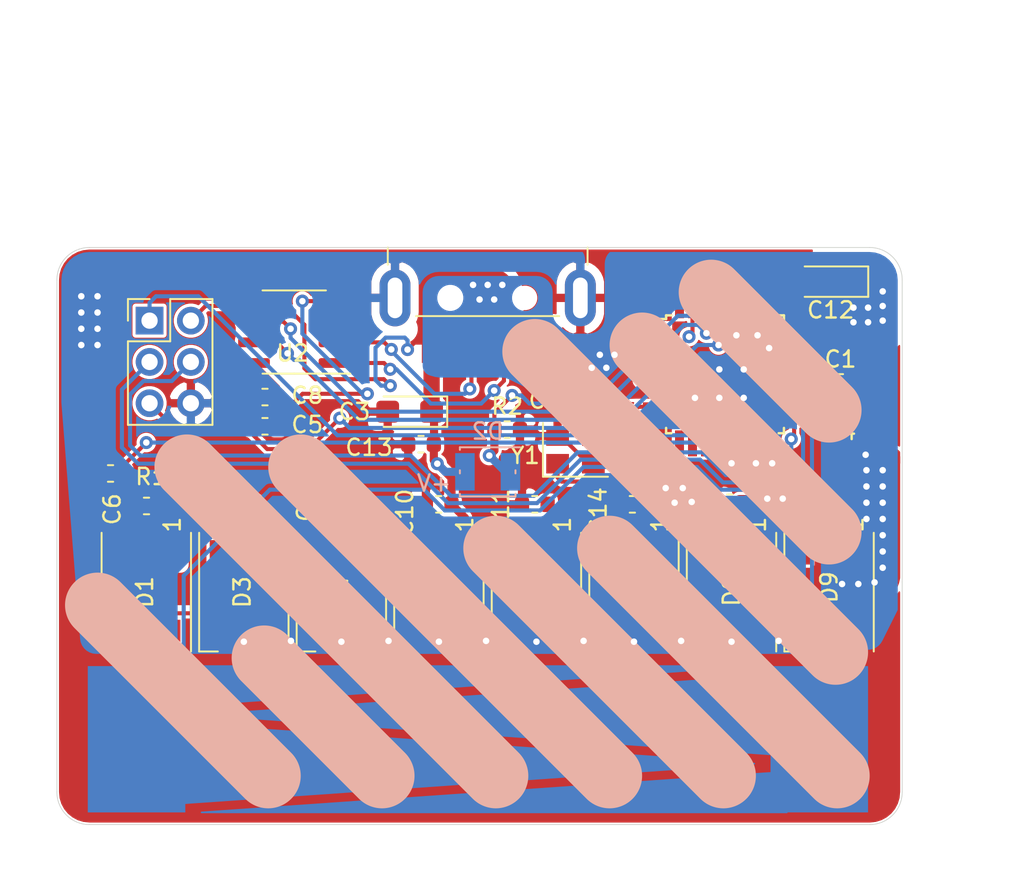
<source format=kicad_pcb>
(kicad_pcb (version 20171130) (host pcbnew 5.1.5-52549c5~84~ubuntu18.04.1)
  (layers (0 F.Cu signal) (31 B.Cu signal) (34 B.Paste user) (35 F.Paste user) (36 B.SilkS user) (37 F.SilkS user) (38 B.Mask user) (39 F.Mask user) (44 Edge.Cuts user))
  (net 0 "")
  (net 1 GND)
  (net 2 "Net-(C1-Pad1)")
  (net 3 +5V)
  (net 4 "Net-(C5-Pad2)")
  (net 5 RST)
  (net 6 "Net-(C8-Pad1)")
  (net 7 "Net-(D1-Pad2)")
  (net 8 "Net-(D1-Pad4)")
  (net 9 "Net-(D2-Pad1)")
  (net 10 "Net-(D3-Pad2)")
  (net 11 "Net-(D4-Pad2)")
  (net 12 "Net-(D5-Pad2)")
  (net 13 "Net-(D6-Pad2)")
  (net 14 "Net-(D7-Pad2)")
  (net 15 "Net-(D8-Pad2)")
  (net 16 MISO)
  (net 17 SCK)
  (net 18 MOSI)
  (net 19 "Net-(J2-Pad2)")
  (net 20 "Net-(J2-Pad3)")
  (net 21 "Net-(R1-Pad2)")
  (net 22 "Net-(U1-Pad7)")
  (net 23 "Net-(U1-Pad8)")
  (net 24 "Net-(U1-Pad30)")
  (net 25 "Net-(U1-Pad31)")
  (net 26 "Net-(D9-Pad2)")
  (net 27 SLIDER_1)
  (net 28 SLIDER_2)
  (net 29 "Net-(U1-Pad1)")
  (net 30 "Net-(U1-Pad2)")
  (net 31 "Net-(U1-Pad9)")
  (net 32 "Net-(U1-Pad10)")
  (net 33 "Net-(U1-Pad11)")
  (net 34 "Net-(U1-Pad12)")
  (net 35 "Net-(U1-Pad14)")
  (net 36 "Net-(U1-Pad19)")
  (net 37 "Net-(U1-Pad22)")
  (net 38 "Net-(U1-Pad24)")
  (net 39 "Net-(U1-Pad25)")
  (net 40 "Net-(U1-Pad27)")
  (net 41 "Net-(U1-Pad32)")
  (module bejcek:cap_slider_9x40 (layer B.Cu) (at 152.4 116.75 180)
    (fp_text reference SW1 hide)
    (fp_text value SW_Push)
    (fp_poly (pts (xy 3 3) (xy 39 5.5) (xy 39 0.5)) (layer B.Cu) (width 0.1))
    (fp_poly (pts (xy 37 6) (xy 1 3.5) (xy 1 8.5)) (layer B.Cu) (width 0.1))
    (fp_poly (pts (xy 3 9) (xy 39 9) (xy 39 6.5)) (layer B.Cu) (width 0.1))
    (fp_poly (pts (xy 37 0) (xy 1 0) (xy 1 2.5)) (layer B.Cu) (width 0.1))
    (pad 2 smd rect (at 40 0 180) (size 6 9) (drill (offset 1 4.5)) (layers B.Cu) (net 28 SLIDER_2))
    (pad 1 smd rect (at -1 0 180) (size 6 9) (drill (offset 0 4.5)) (layers B.Cu) (net 27 SLIDER_1))
  )
  (module Capacitor_SMD:C_0603_1608Metric (layer F.Cu) (at 154.7 90.3)
    (fp_text reference C1 (at 0 -1.43) (layer F.SilkS))
    (fp_text value 100n)
    (pad 2 smd roundrect (at 0.7875 0) (size 0.875 0.95) (layers F.Cu F.Paste F.Mask) (net 1 GND))
    (pad 1 smd roundrect (at -0.7875 0) (size 0.875 0.95) (layers F.Cu F.Paste F.Mask) (net 2 "Net-(C1-Pad1)"))
  )
  (module Capacitor_SMD:C_0603_1608Metric (layer F.Cu) (at 139.1 91.4 180)
    (fp_text reference C2 (at 2.6 0) (layer F.SilkS))
    (fp_text value 100n)
    (pad 1 smd roundrect (at -0.7875 0 180) (size 0.875 0.95) (layers F.Cu F.Paste F.Mask) (net 3 +5V))
    (pad 2 smd roundrect (at 0.7875 0 180) (size 0.875 0.95) (layers F.Cu F.Paste F.Mask) (net 1 GND))
  )
  (module Capacitor_Tantalum_SMD:CP_EIA-3216-12_Kemet-S (layer F.Cu) (at 128.2 92.1 180)
    (fp_text reference C3 (at 3.4 0) (layer F.SilkS))
    (fp_text value 4.7u)
    (pad 2 smd roundrect (at 1.35 0 180) (size 1.4 1.35) (layers F.Cu F.Paste F.Mask) (roundrect_rratio 0.185185) (net 1 GND))
    (pad 1 smd roundrect (at -1.35 0 180) (size 1.4 1.35) (layers F.Cu F.Paste F.Mask) (roundrect_rratio 0.185185) (net 3 +5V))
  )
  (module Capacitor_SMD:C_0603_1608Metric (layer F.Cu) (at 154.7 91.9 180)
    (fp_text reference C4 (at 0 -1.43) (layer F.SilkS))
    (fp_text value 1u)
    (pad 1 smd roundrect (at -0.7875 0 180) (size 0.875 0.95) (layers F.Cu F.Paste F.Mask) (net 1 GND))
    (pad 2 smd roundrect (at 0.7875 0 180) (size 0.875 0.95) (layers F.Cu F.Paste F.Mask) (net 3 +5V))
  )
  (module Capacitor_SMD:C_0603_1608Metric (layer F.Cu) (at 119.3 93)
    (fp_text reference C5 (at 2.6 -0.1) (layer F.SilkS))
    (fp_text value 100n)
    (pad 2 smd roundrect (at 0.7875 0) (size 0.875 0.95) (layers F.Cu F.Paste F.Mask) (net 4 "Net-(C5-Pad2)"))
    (pad 1 smd roundrect (at -0.7875 0) (size 0.875 0.95) (layers F.Cu F.Paste F.Mask) (net 5 RST))
  )
  (module Capacitor_SMD:C_0603_1608Metric (layer F.Cu) (at 112.0125 97.9)
    (fp_text reference C6 (at -2.1125 0.2 90) (layer F.SilkS))
    (fp_text value 100n)
    (pad 2 smd roundrect (at 0.7875 0) (size 0.875 0.95) (layers F.Cu F.Paste F.Mask) (net 3 +5V))
    (pad 1 smd roundrect (at -0.7875 0) (size 0.875 0.95) (layers F.Cu F.Paste F.Mask) (net 1 GND))
  )
  (module Capacitor_SMD:C_0603_1608Metric (layer F.Cu) (at 117.8 97.8)
    (fp_text reference C7 (at -2.1 0.3 90) (layer F.SilkS))
    (fp_text value 100n)
    (pad 1 smd roundrect (at -0.7875 0) (size 0.875 0.95) (layers F.Cu F.Paste F.Mask) (net 1 GND))
    (pad 2 smd roundrect (at 0.7875 0) (size 0.875 0.95) (layers F.Cu F.Paste F.Mask) (net 3 +5V))
  )
  (module Capacitor_SMD:C_0603_1608Metric (layer F.Cu) (at 119.3 91.2 180)
    (fp_text reference C8 (at -2.6 0.1) (layer F.SilkS))
    (fp_text value 100n)
    (pad 2 smd roundrect (at 0.7875 0 180) (size 0.875 0.95) (layers F.Cu F.Paste F.Mask) (net 1 GND))
    (pad 1 smd roundrect (at -0.7875 0 180) (size 0.875 0.95) (layers F.Cu F.Paste F.Mask) (net 6 "Net-(C8-Pad1)"))
  )
  (module Capacitor_SMD:C_0603_1608Metric (layer F.Cu) (at 123.9125 97.7)
    (fp_text reference C9 (at -2.1125 0.2 90) (layer F.SilkS))
    (fp_text value 100n)
    (pad 2 smd roundrect (at 0.7875 0) (size 0.875 0.95) (layers F.Cu F.Paste F.Mask) (net 3 +5V))
    (pad 1 smd roundrect (at -0.7875 0) (size 0.875 0.95) (layers F.Cu F.Paste F.Mask) (net 1 GND))
  )
  (module Capacitor_SMD:C_0603_1608Metric (layer F.Cu) (at 129.9875 97.8)
    (fp_text reference C10 (at -2.0875 0.5 90) (layer F.SilkS))
    (fp_text value 100n)
    (pad 1 smd roundrect (at -0.7875 0) (size 0.875 0.95) (layers F.Cu F.Paste F.Mask) (net 1 GND))
    (pad 2 smd roundrect (at 0.7875 0) (size 0.875 0.95) (layers F.Cu F.Paste F.Mask) (net 3 +5V))
  )
  (module Capacitor_SMD:C_0603_1608Metric (layer F.Cu) (at 135.9 97.8)
    (fp_text reference C11 (at -2.1 0.5 90) (layer F.SilkS))
    (fp_text value 100n)
    (pad 1 smd roundrect (at -0.7875 0) (size 0.875 0.95) (layers F.Cu F.Paste F.Mask) (net 1 GND))
    (pad 2 smd roundrect (at 0.7875 0) (size 0.875 0.95) (layers F.Cu F.Paste F.Mask) (net 3 +5V))
  )
  (module Capacitor_Tantalum_SMD:CP_EIA-3216-12_Kemet-S (layer F.Cu) (at 154.1 84.1 180)
    (fp_text reference C12 (at 0 -1.75) (layer F.SilkS))
    (fp_text value 4.7u)
    (pad 1 smd roundrect (at -1.35 0 180) (size 1.4 1.35) (layers F.Cu F.Paste F.Mask) (roundrect_rratio 0.185185) (net 3 +5V))
    (pad 2 smd roundrect (at 1.35 0 180) (size 1.4 1.35) (layers F.Cu F.Paste F.Mask) (roundrect_rratio 0.185185) (net 1 GND))
  )
  (module Capacitor_SMD:C_0603_1608Metric (layer F.Cu) (at 128.9 94.1 180)
    (fp_text reference C13 (at 3.2 -0.2) (layer F.SilkS))
    (fp_text value 100n)
    (pad 1 smd roundrect (at -0.7875 0 180) (size 0.875 0.95) (layers F.Cu F.Paste F.Mask) (net 3 +5V))
    (pad 2 smd roundrect (at 0.7875 0 180) (size 0.875 0.95) (layers F.Cu F.Paste F.Mask) (net 1 GND))
  )
  (module Capacitor_SMD:C_0603_1608Metric (layer F.Cu) (at 141.9 97.8)
    (fp_text reference C14 (at -2.1 0.4 90) (layer F.SilkS))
    (fp_text value 100n)
    (pad 2 smd roundrect (at 0.7875 0) (size 0.875 0.95) (layers F.Cu F.Paste F.Mask) (net 3 +5V))
    (pad 1 smd roundrect (at -0.7875 0) (size 0.875 0.95) (layers F.Cu F.Paste F.Mask) (net 1 GND))
  )
  (module Capacitor_SMD:C_0603_1608Metric (layer F.Cu) (at 147.9 97.7)
    (fp_text reference C15 (at -2.1 0.6 90) (layer F.SilkS))
    (fp_text value 100n)
    (pad 2 smd roundrect (at 0.7875 0) (size 0.875 0.95) (layers F.Cu F.Paste F.Mask) (net 3 +5V))
    (pad 1 smd roundrect (at -0.7875 0) (size 0.875 0.95) (layers F.Cu F.Paste F.Mask) (net 1 GND))
  )
  (module Capacitor_SMD:C_0603_1608Metric (layer F.Cu) (at 153.8125 97.7)
    (fp_text reference C16 (at -2.1125 0.4 90) (layer F.SilkS))
    (fp_text value 100n)
    (pad 1 smd roundrect (at -0.7875 0) (size 0.875 0.95) (layers F.Cu F.Paste F.Mask) (net 1 GND))
    (pad 2 smd roundrect (at 0.7875 0) (size 0.875 0.95) (layers F.Cu F.Paste F.Mask) (net 3 +5V))
  )
  (module LED_SMD:LED_WS2812B_PLCC4_5.0x5.0mm_P3.2mm (layer F.Cu) (at 112 103.2 270)
    (fp_text reference D1 (at 0 0.1 90) (layer F.SilkS))
    (fp_text value WS2812B)
    (fp_text user 1 (at -4.15 -1.6 90) (layer F.SilkS))
    (pad 1 smd rect (at -2.45 -1.6 270) (size 1.5 1) (layers F.Cu F.Paste F.Mask) (net 3 +5V))
    (pad 2 smd rect (at -2.45 1.6 270) (size 1.5 1) (layers F.Cu F.Paste F.Mask) (net 7 "Net-(D1-Pad2)"))
    (pad 4 smd rect (at 2.45 -1.6 270) (size 1.5 1) (layers F.Cu F.Paste F.Mask) (net 8 "Net-(D1-Pad4)"))
    (pad 3 smd rect (at 2.45 1.6 270) (size 1.5 1) (layers F.Cu F.Paste F.Mask) (net 1 GND))
  )
  (module myparts:3528_two_pin (layer B.Cu) (at 133 95.8 180)
    (fp_text reference D2 (at 0 2.5) (layer B.SilkS) (effects (justify mirror)))
    (fp_text value D_Photo hide)
    (pad 2 smd rect (at 1.4 0 180) (size 1.2 2.3) (layers B.Cu B.Paste B.Mask) (net 3 +5V))
    (pad 1 smd rect (at -1.4 0 180) (size 1.2 2.3) (layers B.Cu B.Paste B.Mask) (net 9 "Net-(D2-Pad1)"))
  )
  (module LED_SMD:LED_WS2812B_PLCC4_5.0x5.0mm_P3.2mm (layer F.Cu) (at 118 103.2 270)
    (fp_text reference D3 (at 0 0.1 90) (layer F.SilkS))
    (fp_text value WS2812B)
    (fp_text user 1 (at -4.15 -1.6 90) (layer F.SilkS))
    (pad 3 smd rect (at 2.45 1.6 270) (size 1.5 1) (layers F.Cu F.Paste F.Mask) (net 1 GND))
    (pad 4 smd rect (at 2.45 -1.6 270) (size 1.5 1) (layers F.Cu F.Paste F.Mask) (net 7 "Net-(D1-Pad2)"))
    (pad 2 smd rect (at -2.45 1.6 270) (size 1.5 1) (layers F.Cu F.Paste F.Mask) (net 10 "Net-(D3-Pad2)"))
    (pad 1 smd rect (at -2.45 -1.6 270) (size 1.5 1) (layers F.Cu F.Paste F.Mask) (net 3 +5V))
  )
  (module LED_SMD:LED_WS2812B_PLCC4_5.0x5.0mm_P3.2mm (layer F.Cu) (at 124 103.2 270)
    (fp_text reference D4 (at 0 0.1 90) (layer F.SilkS))
    (fp_text value WS2812B)
    (fp_text user 1 (at -4.15 -1.6 90) (layer F.SilkS))
    (pad 1 smd rect (at -2.45 -1.6 270) (size 1.5 1) (layers F.Cu F.Paste F.Mask) (net 3 +5V))
    (pad 2 smd rect (at -2.45 1.6 270) (size 1.5 1) (layers F.Cu F.Paste F.Mask) (net 11 "Net-(D4-Pad2)"))
    (pad 4 smd rect (at 2.45 -1.6 270) (size 1.5 1) (layers F.Cu F.Paste F.Mask) (net 10 "Net-(D3-Pad2)"))
    (pad 3 smd rect (at 2.45 1.6 270) (size 1.5 1) (layers F.Cu F.Paste F.Mask) (net 1 GND))
  )
  (module LED_SMD:LED_WS2812B_PLCC4_5.0x5.0mm_P3.2mm (layer F.Cu) (at 130 103.2 270)
    (fp_text reference D5 (at -0.1 0 90) (layer F.SilkS))
    (fp_text value WS2812B)
    (fp_text user 1 (at -4.15 -1.6 90) (layer F.SilkS))
    (pad 3 smd rect (at 2.45 1.6 270) (size 1.5 1) (layers F.Cu F.Paste F.Mask) (net 1 GND))
    (pad 4 smd rect (at 2.45 -1.6 270) (size 1.5 1) (layers F.Cu F.Paste F.Mask) (net 11 "Net-(D4-Pad2)"))
    (pad 2 smd rect (at -2.45 1.6 270) (size 1.5 1) (layers F.Cu F.Paste F.Mask) (net 12 "Net-(D5-Pad2)"))
    (pad 1 smd rect (at -2.45 -1.6 270) (size 1.5 1) (layers F.Cu F.Paste F.Mask) (net 3 +5V))
  )
  (module LED_SMD:LED_WS2812B_PLCC4_5.0x5.0mm_P3.2mm (layer F.Cu) (at 136 103.2 270)
    (fp_text reference D6 (at -0.1 0 90) (layer F.SilkS))
    (fp_text value WS2812B)
    (fp_text user 1 (at -4.15 -1.6 90) (layer F.SilkS))
    (pad 1 smd rect (at -2.45 -1.6 270) (size 1.5 1) (layers F.Cu F.Paste F.Mask) (net 3 +5V))
    (pad 2 smd rect (at -2.45 1.6 270) (size 1.5 1) (layers F.Cu F.Paste F.Mask) (net 13 "Net-(D6-Pad2)"))
    (pad 4 smd rect (at 2.45 -1.6 270) (size 1.5 1) (layers F.Cu F.Paste F.Mask) (net 12 "Net-(D5-Pad2)"))
    (pad 3 smd rect (at 2.45 1.6 270) (size 1.5 1) (layers F.Cu F.Paste F.Mask) (net 1 GND))
  )
  (module LED_SMD:LED_WS2812B_PLCC4_5.0x5.0mm_P3.2mm (layer F.Cu) (at 142 103.2 270)
    (fp_text reference D7 (at -0.1 0 90) (layer F.SilkS))
    (fp_text value WS2812B)
    (fp_text user 1 (at -4.15 -1.6 90) (layer F.SilkS))
    (pad 3 smd rect (at 2.45 1.6 270) (size 1.5 1) (layers F.Cu F.Paste F.Mask) (net 1 GND))
    (pad 4 smd rect (at 2.45 -1.6 270) (size 1.5 1) (layers F.Cu F.Paste F.Mask) (net 13 "Net-(D6-Pad2)"))
    (pad 2 smd rect (at -2.45 1.6 270) (size 1.5 1) (layers F.Cu F.Paste F.Mask) (net 14 "Net-(D7-Pad2)"))
    (pad 1 smd rect (at -2.45 -1.6 270) (size 1.5 1) (layers F.Cu F.Paste F.Mask) (net 3 +5V))
  )
  (module LED_SMD:LED_WS2812B_PLCC4_5.0x5.0mm_P3.2mm (layer F.Cu) (at 148 103.2 270)
    (fp_text reference D8 (at -0.1 0 90) (layer F.SilkS))
    (fp_text value WS2812B)
    (fp_text user 1 (at -4.15 -1.6 90) (layer F.SilkS))
    (pad 3 smd rect (at 2.45 1.6 270) (size 1.5 1) (layers F.Cu F.Paste F.Mask) (net 1 GND))
    (pad 4 smd rect (at 2.45 -1.6 270) (size 1.5 1) (layers F.Cu F.Paste F.Mask) (net 14 "Net-(D7-Pad2)"))
    (pad 2 smd rect (at -2.45 1.6 270) (size 1.5 1) (layers F.Cu F.Paste F.Mask) (net 15 "Net-(D8-Pad2)"))
    (pad 1 smd rect (at -2.45 -1.6 270) (size 1.5 1) (layers F.Cu F.Paste F.Mask) (net 3 +5V))
  )
  (module LED_SMD:LED_WS2812B_PLCC4_5.0x5.0mm_P3.2mm (layer F.Cu) (at 154 103.2 270)
    (fp_text reference D9 (at -0.3 0 90) (layer F.SilkS))
    (fp_text value WS2812B)
    (fp_text user 1 (at -4.15 -1.6 90) (layer F.SilkS))
    (pad 1 smd rect (at -2.45 -1.6 270) (size 1.5 1) (layers F.Cu F.Paste F.Mask) (net 3 +5V))
    (pad 2 smd rect (at -2.45 1.6 270) (size 1.5 1) (layers F.Cu F.Paste F.Mask) (net 26 "Net-(D9-Pad2)"))
    (pad 4 smd rect (at 2.45 -1.6 270) (size 1.5 1) (layers F.Cu F.Paste F.Mask) (net 15 "Net-(D8-Pad2)"))
    (pad 3 smd rect (at 2.45 1.6 270) (size 1.5 1) (layers F.Cu F.Paste F.Mask) (net 1 GND))
  )
  (module Connector_PinHeader_2.54mm:PinHeader_2x03_P2.54mm_Vertical (layer F.Cu) (at 112.2 86.5)
    (fp_text reference J1 hide)
    (fp_text value Conn_02x03_Odd_Even)
    (pad 1 thru_hole rect (at 0 0) (size 1.7 1.7) (drill 1) (layers *.Cu *.Mask) (net 16 MISO))
    (pad 2 thru_hole oval (at 2.54 0) (size 1.7 1.7) (drill 1) (layers *.Cu *.Mask) (net 3 +5V))
    (pad 3 thru_hole oval (at 0 2.54) (size 1.7 1.7) (drill 1) (layers *.Cu *.Mask) (net 17 SCK))
    (pad 4 thru_hole oval (at 2.54 2.54) (size 1.7 1.7) (drill 1) (layers *.Cu *.Mask) (net 18 MOSI))
    (pad 5 thru_hole oval (at 0 5.08) (size 1.7 1.7) (drill 1) (layers *.Cu *.Mask) (net 5 RST))
    (pad 6 thru_hole oval (at 2.54 5.08) (size 1.7 1.7) (drill 1) (layers *.Cu *.Mask) (net 1 GND))
  )
  (module Connector_USB:USB_A_CNCTech_1001-011-01101_Horizontal (layer F.Cu) (at 133 78.2 90)
    (fp_text reference J2 hide)
    (fp_text value USB_A)
    (pad 2 smd rect (at -9.65 -1 90) (size 2.5 1.1) (layers F.Cu F.Paste F.Mask) (net 19 "Net-(J2-Pad2)"))
    (pad 3 smd rect (at -9.65 1 90) (size 2.5 1.1) (layers F.Cu F.Paste F.Mask) (net 20 "Net-(J2-Pad3)"))
    (pad 1 smd rect (at -9.65 -3.5 90) (size 2.5 1.1) (layers F.Cu F.Paste F.Mask) (net 3 +5V))
    (pad 4 smd rect (at -9.65 3.5 90) (size 2.5 1.1) (layers F.Cu F.Paste F.Mask) (net 1 GND))
    (pad 5 thru_hole oval (at -6.9 -5.7 90) (size 3.5 1.9) (drill oval 2.5 0.9) (layers *.Cu *.Mask) (net 1 GND))
    (pad 5 thru_hole oval (at -6.9 5.7 90) (size 3.5 1.9) (drill oval 2.5 0.9) (layers *.Cu *.Mask) (net 1 GND))
    (pad "" np_thru_hole circle (at -6.9 -2.3 90) (size 1.1 1.1) (drill 1.1) (layers *.Cu *.Mask))
    (pad "" np_thru_hole circle (at -6.9 2.3 90) (size 1.1 1.1) (drill 1.1) (layers *.Cu *.Mask))
  )
  (module Resistor_SMD:R_0603_1608Metric (layer F.Cu) (at 109.8 95.9)
    (fp_text reference R1 (at 2.5 0.2) (layer F.SilkS))
    (fp_text value 430)
    (pad 2 smd roundrect (at 0.7875 0) (size 0.875 0.95) (layers F.Cu F.Paste F.Mask) (net 21 "Net-(R1-Pad2)"))
    (pad 1 smd roundrect (at -0.7875 0) (size 0.875 0.95) (layers F.Cu F.Paste F.Mask) (net 8 "Net-(D1-Pad4)"))
  )
  (module Resistor_SMD:R_0603_1608Metric (layer F.Cu) (at 134.2 93.2)
    (fp_text reference R2 (at 0 -1.43) (layer F.SilkS))
    (fp_text value 10k)
    (pad 1 smd roundrect (at -0.7875 0) (size 0.875 0.95) (layers F.Cu F.Paste F.Mask) (net 9 "Net-(D2-Pad1)"))
    (pad 2 smd roundrect (at 0.7875 0) (size 0.875 0.95) (layers F.Cu F.Paste F.Mask) (net 1 GND))
  )
  (module Package_QFP:TQFP-32_7x7mm_P0.8mm (layer F.Cu) (at 147.6 89.8)
    (fp_text reference U1 hide)
    (fp_text value ATmega328P-AU)
    (pad 1 smd rect (at -4.25 -2.8) (size 1.6 0.55) (layers F.Cu F.Paste F.Mask) (net 29 "Net-(U1-Pad1)"))
    (pad 2 smd rect (at -4.25 -2) (size 1.6 0.55) (layers F.Cu F.Paste F.Mask) (net 30 "Net-(U1-Pad2)"))
    (pad 3 smd rect (at -4.25 -1.2) (size 1.6 0.55) (layers F.Cu F.Paste F.Mask) (net 1 GND))
    (pad 4 smd rect (at -4.25 -0.4) (size 1.6 0.55) (layers F.Cu F.Paste F.Mask) (net 3 +5V))
    (pad 5 smd rect (at -4.25 0.4) (size 1.6 0.55) (layers F.Cu F.Paste F.Mask) (net 1 GND))
    (pad 6 smd rect (at -4.25 1.2) (size 1.6 0.55) (layers F.Cu F.Paste F.Mask) (net 3 +5V))
    (pad 7 smd rect (at -4.25 2) (size 1.6 0.55) (layers F.Cu F.Paste F.Mask) (net 22 "Net-(U1-Pad7)"))
    (pad 8 smd rect (at -4.25 2.8) (size 1.6 0.55) (layers F.Cu F.Paste F.Mask) (net 23 "Net-(U1-Pad8)"))
    (pad 9 smd rect (at -2.8 4.25 90) (size 1.6 0.55) (layers F.Cu F.Paste F.Mask) (net 31 "Net-(U1-Pad9)"))
    (pad 10 smd rect (at -2 4.25 90) (size 1.6 0.55) (layers F.Cu F.Paste F.Mask) (net 32 "Net-(U1-Pad10)"))
    (pad 11 smd rect (at -1.2 4.25 90) (size 1.6 0.55) (layers F.Cu F.Paste F.Mask) (net 33 "Net-(U1-Pad11)"))
    (pad 12 smd rect (at -0.4 4.25 90) (size 1.6 0.55) (layers F.Cu F.Paste F.Mask) (net 34 "Net-(U1-Pad12)"))
    (pad 13 smd rect (at 0.4 4.25 90) (size 1.6 0.55) (layers F.Cu F.Paste F.Mask) (net 21 "Net-(R1-Pad2)"))
    (pad 14 smd rect (at 1.2 4.25 90) (size 1.6 0.55) (layers F.Cu F.Paste F.Mask) (net 35 "Net-(U1-Pad14)"))
    (pad 15 smd rect (at 2 4.25 90) (size 1.6 0.55) (layers F.Cu F.Paste F.Mask) (net 18 MOSI))
    (pad 16 smd rect (at 2.8 4.25 90) (size 1.6 0.55) (layers F.Cu F.Paste F.Mask) (net 16 MISO))
    (pad 17 smd rect (at 4.25 2.8) (size 1.6 0.55) (layers F.Cu F.Paste F.Mask) (net 17 SCK))
    (pad 18 smd rect (at 4.25 2) (size 1.6 0.55) (layers F.Cu F.Paste F.Mask) (net 3 +5V))
    (pad 19 smd rect (at 4.25 1.2) (size 1.6 0.55) (layers F.Cu F.Paste F.Mask) (net 36 "Net-(U1-Pad19)"))
    (pad 20 smd rect (at 4.25 0.4) (size 1.6 0.55) (layers F.Cu F.Paste F.Mask) (net 2 "Net-(C1-Pad1)"))
    (pad 21 smd rect (at 4.25 -0.4) (size 1.6 0.55) (layers F.Cu F.Paste F.Mask) (net 1 GND))
    (pad 22 smd rect (at 4.25 -1.2) (size 1.6 0.55) (layers F.Cu F.Paste F.Mask) (net 37 "Net-(U1-Pad22)"))
    (pad 23 smd rect (at 4.25 -2) (size 1.6 0.55) (layers F.Cu F.Paste F.Mask) (net 27 SLIDER_1))
    (pad 24 smd rect (at 4.25 -2.8) (size 1.6 0.55) (layers F.Cu F.Paste F.Mask) (net 38 "Net-(U1-Pad24)"))
    (pad 25 smd rect (at 2.8 -4.25 90) (size 1.6 0.55) (layers F.Cu F.Paste F.Mask) (net 39 "Net-(U1-Pad25)"))
    (pad 26 smd rect (at 2 -4.25 90) (size 1.6 0.55) (layers F.Cu F.Paste F.Mask) (net 9 "Net-(D2-Pad1)"))
    (pad 27 smd rect (at 1.2 -4.25 90) (size 1.6 0.55) (layers F.Cu F.Paste F.Mask) (net 40 "Net-(U1-Pad27)"))
    (pad 28 smd rect (at 0.4 -4.25 90) (size 1.6 0.55) (layers F.Cu F.Paste F.Mask) (net 28 SLIDER_2))
    (pad 29 smd rect (at -0.4 -4.25 90) (size 1.6 0.55) (layers F.Cu F.Paste F.Mask) (net 5 RST))
    (pad 30 smd rect (at -1.2 -4.25 90) (size 1.6 0.55) (layers F.Cu F.Paste F.Mask) (net 24 "Net-(U1-Pad30)"))
    (pad 31 smd rect (at -2 -4.25 90) (size 1.6 0.55) (layers F.Cu F.Paste F.Mask) (net 25 "Net-(U1-Pad31)"))
    (pad 32 smd rect (at -2.8 -4.25 90) (size 1.6 0.55) (layers F.Cu F.Paste F.Mask) (net 41 "Net-(U1-Pad32)"))
  )
  (module Package_SO:SOIC-8_3.9x4.9mm_P1.27mm (layer F.Cu) (at 121.1 87.2 180)
    (fp_text reference U2 (at 0.1 -1.3) (layer F.SilkS))
    (fp_text value CH330N)
    (pad 1 smd roundrect (at -2.475 -1.905 180) (size 1.95 0.6) (layers F.Cu F.Paste F.Mask) (net 20 "Net-(J2-Pad3)"))
    (pad 2 smd roundrect (at -2.475 -0.635 180) (size 1.95 0.6) (layers F.Cu F.Paste F.Mask) (net 19 "Net-(J2-Pad2)"))
    (pad 3 smd roundrect (at -2.475 0.635 180) (size 1.95 0.6) (layers F.Cu F.Paste F.Mask) (net 1 GND))
    (pad 4 smd roundrect (at -2.475 1.905 180) (size 1.95 0.6) (layers F.Cu F.Paste F.Mask) (net 4 "Net-(C5-Pad2)"))
    (pad 5 smd roundrect (at 2.475 1.905 180) (size 1.95 0.6) (layers F.Cu F.Paste F.Mask) (net 3 +5V))
    (pad 6 smd roundrect (at 2.475 0.635 180) (size 1.95 0.6) (layers F.Cu F.Paste F.Mask) (net 24 "Net-(U1-Pad30)"))
    (pad 7 smd roundrect (at 2.475 -0.635 180) (size 1.95 0.6) (layers F.Cu F.Paste F.Mask) (net 25 "Net-(U1-Pad31)"))
    (pad 8 smd roundrect (at 2.475 -1.905 180) (size 1.95 0.6) (layers F.Cu F.Paste F.Mask) (net 6 "Net-(C8-Pad1)"))
  )
  (module Crystal:Crystal_SMD_3225-4Pin_3.2x2.5mm (layer F.Cu) (at 138.4 94.45)
    (fp_text reference Y1 (at -3.1 0.35) (layer F.SilkS))
    (fp_text value Crystal)
    (pad 1 smd rect (at -1.1 0.85) (size 1.4 1.2) (layers F.Cu F.Paste F.Mask) (net 23 "Net-(U1-Pad8)"))
    (pad 2 smd rect (at 1.1 0.85) (size 1.4 1.2) (layers F.Cu F.Paste F.Mask) (net 1 GND))
    (pad 3 smd rect (at 1.1 -0.85) (size 1.4 1.2) (layers F.Cu F.Paste F.Mask) (net 22 "Net-(U1-Pad7)"))
    (pad 4 smd rect (at -1.1 -0.85) (size 1.4 1.2) (layers F.Cu F.Paste F.Mask) (net 1 GND))
  )
  (gr_text +V (at 129.7 96.5) (layer B.SilkS) (effects (font (size 1 1)) (justify mirror)))
  (gr_line (start 109 104) (end 119.5 114.5) (layer B.SilkS) (width 4))
  (gr_line (start 119.25 107.25) (end 126.5 114.5) (layer B.SilkS) (width 4))
  (gr_line (start 146.75 84.75) (end 154 92) (layer B.SilkS) (width 4))
  (gr_line (start 142.5 88) (end 154 99.5) (layer B.SilkS) (width 4))
  (gr_line (start 135.9 88.4) (end 154.4 106.9) (layer B.SilkS) (width 4))
  (gr_line (start 114.5 95.5) (end 133.5 114.5) (layer B.SilkS) (width 4))
  (gr_line (start 140.5 100.5) (end 154.5 114.5) (layer B.SilkS) (width 4))
  (gr_line (start 133.5 100.5) (end 147.5 114.5) (layer B.SilkS) (width 4))
  (gr_line (start 121.5 95.5) (end 140.5 114.5) (layer B.SilkS) (width 4))
  (gr_arc (start 156.5 115.5) (end 156.5 117.5) (angle -90) (layer Edge.Cuts) (width 0.05))
  (gr_arc (start 108.5 115.5) (end 106.5 115.5) (angle -90) (layer Edge.Cuts) (width 0.05))
  (gr_arc (start 108.5 84) (end 108.5 82) (angle -90) (layer Edge.Cuts) (width 0.05))
  (gr_arc (start 156.5 84) (end 158.5 84) (angle -90) (layer Edge.Cuts) (width 0.05))
  (gr_line (start 106.5 115.5) (end 106.5 84) (layer Edge.Cuts) (width 0.05))
  (gr_line (start 156.5 117.5) (end 108.5 117.5) (layer Edge.Cuts) (width 0.05))
  (gr_line (start 158.5 84) (end 158.5 115.5) (layer Edge.Cuts) (width 0.05))
  (gr_line (start 108.5 82) (end 156.5 82) (layer Edge.Cuts) (width 0.05))
  (segment (start 137.5 93.6) (end 137.3 93.6) (width 0.25) (layer F.Cu) (net 1))
  (segment (start 139.5 95.3) (end 139.2 95.3) (width 0.25) (layer F.Cu) (net 1))
  (segment (start 139.2 95.3) (end 137.5 93.6) (width 0.25) (layer F.Cu) (net 1))
  (via (at 124 106.25) (size 0.8) (drill 0.4) (layers F.Cu B.Cu) (net 1))
  (via (at 118 106.25) (size 0.8) (drill 0.4) (layers F.Cu B.Cu) (net 1))
  (via (at 130 106.25) (size 0.8) (drill 0.4) (layers F.Cu B.Cu) (net 1))
  (via (at 136 106.25) (size 0.8) (drill 0.4) (layers F.Cu B.Cu) (net 1))
  (via (at 142 106.25) (size 0.8) (drill 0.4) (layers F.Cu B.Cu) (net 1))
  (via (at 148 106.25) (size 0.8) (drill 0.4) (layers F.Cu B.Cu) (net 1))
  (via (at 147.25 89.5) (size 0.8) (drill 0.4) (layers F.Cu B.Cu) (net 1))
  (via (at 147.25 91.25) (size 0.8) (drill 0.4) (layers F.Cu B.Cu) (net 1))
  (via (at 145.75 91.25) (size 0.8) (drill 0.4) (layers F.Cu B.Cu) (net 1))
  (via (at 148.75 89.5) (size 0.8) (drill 0.4) (layers F.Cu B.Cu) (net 1))
  (via (at 148.75 91.25) (size 0.8) (drill 0.4) (layers F.Cu B.Cu) (net 1))
  (via (at 138.9 106.2) (size 0.8) (drill 0.4) (layers F.Cu B.Cu) (net 1))
  (via (at 144.9 106.2) (size 0.8) (drill 0.4) (layers F.Cu B.Cu) (net 1))
  (via (at 150.9 106.2) (size 0.8) (drill 0.4) (layers F.Cu B.Cu) (net 1))
  (via (at 132.9 106.2) (size 0.8) (drill 0.4) (layers F.Cu B.Cu) (net 1))
  (via (at 126.9 106.2) (size 0.8) (drill 0.4) (layers F.Cu B.Cu) (net 1))
  (via (at 120.9 106.2) (size 0.8) (drill 0.4) (layers F.Cu B.Cu) (net 1))
  (via (at 143.95 96.8) (size 0.8) (drill 0.4) (layers F.Cu B.Cu) (net 1))
  (via (at 145 96.8) (size 0.8) (drill 0.4) (layers F.Cu B.Cu) (net 1))
  (via (at 144.5 97.7) (size 0.8) (drill 0.4) (layers F.Cu B.Cu) (net 1))
  (via (at 145.55 97.65) (size 0.8) (drill 0.4) (layers F.Cu B.Cu) (net 1))
  (via (at 150.2 97.45) (size 0.8) (drill 0.4) (layers F.Cu B.Cu) (net 1))
  (via (at 151.15 97.45) (size 0.8) (drill 0.4) (layers F.Cu B.Cu) (net 1))
  (via (at 108 85) (size 0.8) (drill 0.4) (layers F.Cu B.Cu) (net 1))
  (via (at 109 85) (size 0.8) (drill 0.4) (layers F.Cu B.Cu) (net 1))
  (via (at 109 86) (size 0.8) (drill 0.4) (layers F.Cu B.Cu) (net 1))
  (via (at 108 86) (size 0.8) (drill 0.4) (layers F.Cu B.Cu) (net 1))
  (via (at 108 87) (size 0.8) (drill 0.4) (layers F.Cu B.Cu) (net 1))
  (via (at 109 87) (size 0.8) (drill 0.4) (layers F.Cu B.Cu) (net 1))
  (via (at 109 88) (size 0.8) (drill 0.4) (layers F.Cu B.Cu) (net 1))
  (via (at 108 88) (size 0.8) (drill 0.4) (layers F.Cu B.Cu) (net 1))
  (segment (start 151.95 90.3) (end 151.85 90.2) (width 0.25) (layer F.Cu) (net 2))
  (segment (start 153.9125 90.3) (end 151.95 90.3) (width 0.25) (layer F.Cu) (net 2))
  (segment (start 115.589999 85.650001) (end 114.74 86.5) (width 0.25) (layer F.Cu) (net 3))
  (segment (start 115.645 85.595) (end 115.589999 85.650001) (width 0.25) (layer F.Cu) (net 3))
  (segment (start 118.325 85.595) (end 115.645 85.595) (width 0.25) (layer F.Cu) (net 3))
  (segment (start 118.625 85.295) (end 118.325 85.595) (width 0.25) (layer F.Cu) (net 3))
  (segment (start 113.6 98.7) (end 112.8 97.9) (width 0.5) (layer F.Cu) (net 3))
  (segment (start 113.6 100.75) (end 113.6 98.7) (width 0.5) (layer F.Cu) (net 3))
  (segment (start 119.6 98.8125) (end 118.5875 97.8) (width 0.5) (layer F.Cu) (net 3))
  (segment (start 119.6 100.75) (end 119.6 98.8125) (width 0.5) (layer F.Cu) (net 3))
  (segment (start 125.6 98.6) (end 124.7 97.7) (width 0.5) (layer F.Cu) (net 3))
  (segment (start 125.6 100.75) (end 125.6 98.6) (width 0.5) (layer F.Cu) (net 3))
  (segment (start 137.6 98.7125) (end 136.6875 97.8) (width 0.5) (layer F.Cu) (net 3))
  (segment (start 137.6 100.75) (end 137.6 98.7125) (width 0.5) (layer F.Cu) (net 3))
  (segment (start 143.6 98.7125) (end 142.6875 97.8) (width 0.5) (layer F.Cu) (net 3))
  (segment (start 143.6 100.75) (end 143.6 98.7125) (width 0.5) (layer F.Cu) (net 3))
  (via (at 157.3 85.6) (size 0.8) (drill 0.4) (layers F.Cu B.Cu) (net 3))
  (via (at 156.4 85.7) (size 0.8) (drill 0.4) (layers F.Cu B.Cu) (net 3))
  (via (at 155.5 85.7) (size 0.8) (drill 0.4) (layers F.Cu B.Cu) (net 3))
  (via (at 157.3 84.7) (size 0.8) (drill 0.4) (layers F.Cu B.Cu) (net 3))
  (via (at 157.3 86.5) (size 0.8) (drill 0.4) (layers F.Cu B.Cu) (net 3))
  (via (at 156.4 86.6) (size 0.8) (drill 0.4) (layers F.Cu B.Cu) (net 3))
  (via (at 155.5 86.6) (size 0.8) (drill 0.4) (layers F.Cu B.Cu) (net 3))
  (via (at 128.071039 88.280029) (size 0.8) (drill 0.4) (layers F.Cu B.Cu) (net 3))
  (segment (start 129.5 87.85) (end 128.501068 87.85) (width 0.25) (layer F.Cu) (net 3))
  (segment (start 128.501068 87.85) (end 128.071039 88.280029) (width 0.25) (layer F.Cu) (net 3))
  (segment (start 126.100001 90.155148) (end 126.44481 90.499957) (width 0.25) (layer B.Cu) (net 3))
  (segment (start 126.100001 88.167396) (end 126.100001 90.155148) (width 0.25) (layer B.Cu) (net 3))
  (segment (start 127.901009 87.544314) (end 126.723083 87.544314) (width 0.25) (layer B.Cu) (net 3))
  (segment (start 128.071039 87.714344) (end 127.901009 87.544314) (width 0.25) (layer B.Cu) (net 3))
  (segment (start 126.723083 87.544314) (end 126.100001 88.167396) (width 0.25) (layer B.Cu) (net 3))
  (via (at 127.010495 90.499957) (size 0.8) (drill 0.4) (layers F.Cu B.Cu) (net 3))
  (segment (start 128.071039 88.280029) (end 128.071039 87.714344) (width 0.25) (layer B.Cu) (net 3))
  (segment (start 126.44481 90.499957) (end 127.010495 90.499957) (width 0.25) (layer B.Cu) (net 3))
  (segment (start 126.610538 90.1) (end 127.010495 90.499957) (width 0.25) (layer F.Cu) (net 3))
  (segment (start 122.4 90.1) (end 126.610538 90.1) (width 0.25) (layer F.Cu) (net 3))
  (segment (start 121.725002 89.425002) (end 122.4 90.1) (width 0.25) (layer F.Cu) (net 3))
  (segment (start 120.268004 85.295) (end 121.725002 86.751998) (width 0.25) (layer F.Cu) (net 3))
  (segment (start 118.625 85.295) (end 120.268004 85.295) (width 0.25) (layer F.Cu) (net 3))
  (segment (start 121.725002 86.751998) (end 121.725002 89.425002) (width 0.25) (layer F.Cu) (net 3))
  (segment (start 129.55 87.9) (end 129.5 87.85) (width 1) (layer F.Cu) (net 3))
  (segment (start 129.55 92.1) (end 129.55 87.9) (width 1) (layer F.Cu) (net 3))
  (segment (start 129.55 92.1) (end 129.7 92.25) (width 0.5) (layer F.Cu) (net 3))
  (segment (start 129.7 92.25) (end 129.7 94.0875) (width 0.5) (layer F.Cu) (net 3))
  (segment (start 153.8125 91.8) (end 151.85 91.8) (width 0.5) (layer F.Cu) (net 3))
  (segment (start 153.9125 91.9) (end 153.8125 91.8) (width 0.5) (layer F.Cu) (net 3))
  (via (at 156.3 98.7) (size 0.8) (drill 0.4) (layers F.Cu B.Cu) (net 3))
  (via (at 157.3 98.7) (size 0.8) (drill 0.4) (layers F.Cu B.Cu) (net 3))
  (via (at 157.3 99.7) (size 0.8) (drill 0.4) (layers F.Cu B.Cu) (net 3))
  (via (at 157.3 100.7) (size 0.8) (drill 0.4) (layers F.Cu B.Cu) (net 3))
  (via (at 157.3 101.7) (size 0.8) (drill 0.4) (layers F.Cu B.Cu) (net 3))
  (via (at 156.8 102.6) (size 0.8) (drill 0.4) (layers F.Cu B.Cu) (net 3))
  (via (at 155.8 102.7) (size 0.8) (drill 0.4) (layers F.Cu B.Cu) (net 3))
  (via (at 154.8 102.7) (size 0.8) (drill 0.4) (layers F.Cu B.Cu) (net 3))
  (via (at 156.3 97.7) (size 0.8) (drill 0.4) (layers F.Cu B.Cu) (net 3))
  (via (at 157.3 97.7) (size 0.8) (drill 0.4) (layers F.Cu B.Cu) (net 3))
  (via (at 157.3 96.7) (size 0.8) (drill 0.4) (layers F.Cu B.Cu) (net 3))
  (via (at 156.3 96.7) (size 0.8) (drill 0.4) (layers F.Cu B.Cu) (net 3))
  (via (at 156.3 95.7) (size 0.8) (drill 0.4) (layers F.Cu B.Cu) (net 3))
  (via (at 157.3 95.7) (size 0.8) (drill 0.4) (layers F.Cu B.Cu) (net 3))
  (segment (start 148.7 97.7) (end 148.6875 97.7) (width 0.5) (layer F.Cu) (net 3))
  (segment (start 149.6 100.75) (end 149.6 98.6) (width 0.5) (layer F.Cu) (net 3))
  (segment (start 149.6 98.6) (end 148.7 97.7) (width 0.5) (layer F.Cu) (net 3))
  (via (at 139.9 88.6) (size 0.8) (drill 0.4) (layers F.Cu B.Cu) (net 3))
  (via (at 140.8 88.6) (size 0.8) (drill 0.4) (layers F.Cu B.Cu) (net 3))
  (via (at 139.4 89.4) (size 0.8) (drill 0.4) (layers F.Cu B.Cu) (net 3))
  (segment (start 129.6875 94.1) (end 129.6875 95.0875) (width 0.5) (layer F.Cu) (net 3))
  (segment (start 129.6875 95.0875) (end 129.9 95.3) (width 0.5) (layer F.Cu) (net 3))
  (via (at 129.9 95.3) (size 0.8) (drill 0.4) (layers F.Cu B.Cu) (net 3))
  (via (at 140.3 89.4) (size 0.8) (drill 0.4) (layers F.Cu B.Cu) (net 3))
  (segment (start 140.3 90.9875) (end 139.8875 91.4) (width 0.25) (layer F.Cu) (net 3))
  (segment (start 140.3 89.4) (end 140.3 90.9875) (width 0.25) (layer F.Cu) (net 3))
  (via (at 156.25 94.75) (size 0.8) (drill 0.4) (layers F.Cu B.Cu) (net 3))
  (segment (start 131.6 98.625) (end 130.775 97.8) (width 0.5) (layer F.Cu) (net 3))
  (segment (start 131.6 100.75) (end 131.6 98.625) (width 0.5) (layer F.Cu) (net 3))
  (segment (start 130.4 95.8) (end 129.9 95.3) (width 0.5) (layer B.Cu) (net 3))
  (segment (start 131.6 95.8) (end 130.4 95.8) (width 0.5) (layer B.Cu) (net 3))
  (segment (start 130.775 96.175) (end 130.775 97.8) (width 0.5) (layer F.Cu) (net 3))
  (segment (start 129.9 95.3) (end 130.775 96.175) (width 0.5) (layer F.Cu) (net 3))
  (via (at 132.1 84.3) (size 0.8) (drill 0.4) (layers F.Cu B.Cu) (net 3))
  (via (at 133 84.3) (size 0.8) (drill 0.4) (layers F.Cu B.Cu) (net 3))
  (via (at 133.9 84.3) (size 0.8) (drill 0.4) (layers F.Cu B.Cu) (net 3))
  (via (at 133.4 85.2) (size 0.8) (drill 0.4) (layers F.Cu B.Cu) (net 3))
  (via (at 132.5 85.2) (size 0.8) (drill 0.4) (layers F.Cu B.Cu) (net 3))
  (via (at 125.6 91) (size 0.8) (drill 0.4) (layers F.Cu B.Cu) (net 4))
  (segment (start 121.6125 91) (end 125.6 91) (width 0.25) (layer F.Cu) (net 4))
  (segment (start 120.0875 93) (end 120.0875 92.525) (width 0.25) (layer F.Cu) (net 4))
  (segment (start 120.0875 92.525) (end 121.6125 91) (width 0.25) (layer F.Cu) (net 4))
  (via (at 121.6 85.3) (size 0.8) (drill 0.4) (layers F.Cu B.Cu) (net 4))
  (segment (start 123.57 85.3) (end 123.575 85.295) (width 0.25) (layer F.Cu) (net 4))
  (segment (start 121.6 85.3) (end 123.57 85.3) (width 0.25) (layer F.Cu) (net 4))
  (segment (start 121.6 87.3) (end 121.6 85.3) (width 0.25) (layer B.Cu) (net 4))
  (segment (start 125.3 91) (end 121.6 87.3) (width 0.25) (layer B.Cu) (net 4))
  (segment (start 125.6 91) (end 125.3 91) (width 0.25) (layer B.Cu) (net 4))
  (via (at 147.2 88) (size 0.8) (drill 0.4) (layers F.Cu B.Cu) (net 5))
  (segment (start 147.2 85.55) (end 147.2 88) (width 0.25) (layer F.Cu) (net 5))
  (via (at 123.9 92.5) (size 0.8) (drill 0.4) (layers F.Cu B.Cu) (net 5))
  (segment (start 123.9 92.5) (end 122 94.4) (width 0.25) (layer F.Cu) (net 5))
  (segment (start 119.4375 94.4) (end 118.5125 93.475) (width 0.25) (layer F.Cu) (net 5))
  (segment (start 118.5125 93.475) (end 118.5125 93) (width 0.25) (layer F.Cu) (net 5))
  (segment (start 122 94.4) (end 119.4375 94.4) (width 0.25) (layer F.Cu) (net 5))
  (segment (start 113.62 93) (end 112.2 91.58) (width 0.25) (layer F.Cu) (net 5))
  (segment (start 118.5125 93) (end 113.62 93) (width 0.25) (layer F.Cu) (net 5))
  (segment (start 124.499978 93.099978) (end 124.299999 92.899999) (width 0.25) (layer B.Cu) (net 5))
  (segment (start 140.800022 93.099978) (end 124.499978 93.099978) (width 0.25) (layer B.Cu) (net 5))
  (segment (start 145.9 88) (end 140.800022 93.099978) (width 0.25) (layer B.Cu) (net 5))
  (segment (start 147.2 88) (end 145.9 88) (width 0.25) (layer B.Cu) (net 5))
  (segment (start 124.299999 92.899999) (end 123.9 92.5) (width 0.25) (layer B.Cu) (net 5))
  (segment (start 120.0875 90.5675) (end 118.625 89.105) (width 0.25) (layer F.Cu) (net 6))
  (segment (start 120.0875 91.2) (end 120.0875 90.5675) (width 0.25) (layer F.Cu) (net 6))
  (segment (start 110.4 101.8) (end 110.4 100.75) (width 0.25) (layer F.Cu) (net 7))
  (segment (start 113.1 104.5) (end 110.4 101.8) (width 0.25) (layer F.Cu) (net 7))
  (segment (start 119.6 105.65) (end 118.85 105.65) (width 0.25) (layer F.Cu) (net 7))
  (segment (start 117.7 104.5) (end 113.1 104.5) (width 0.25) (layer F.Cu) (net 7))
  (segment (start 118.85 105.65) (end 117.7 104.5) (width 0.25) (layer F.Cu) (net 7))
  (segment (start 109.0125 96.6875) (end 109.0125 95.9) (width 0.25) (layer F.Cu) (net 8))
  (segment (start 108.1 97.6) (end 109.0125 96.6875) (width 0.25) (layer F.Cu) (net 8))
  (segment (start 108.1 100.3) (end 108.1 97.6) (width 0.25) (layer F.Cu) (net 8))
  (segment (start 113.6 105.65) (end 113.45 105.65) (width 0.25) (layer F.Cu) (net 8))
  (segment (start 113.45 105.65) (end 108.1 100.3) (width 0.25) (layer F.Cu) (net 8))
  (via (at 134.5 91.1) (size 0.8) (drill 0.4) (layers F.Cu B.Cu) (net 9))
  (segment (start 133.4125 93.2) (end 133.4125 92.1875) (width 0.25) (layer F.Cu) (net 9))
  (segment (start 133.4125 92.1875) (end 134.5 91.1) (width 0.25) (layer F.Cu) (net 9))
  (via (at 149.6 87.4) (size 0.8) (drill 0.4) (layers F.Cu B.Cu) (net 9))
  (segment (start 149.6 87.4) (end 149.6 85.55) (width 0.25) (layer F.Cu) (net 9))
  (via (at 133.1 94.8) (size 0.8) (drill 0.4) (layers F.Cu B.Cu) (net 9))
  (segment (start 134.4 95.8) (end 134.1 95.8) (width 0.5) (layer B.Cu) (net 9))
  (segment (start 134.1 95.8) (end 133.1 94.8) (width 0.5) (layer B.Cu) (net 9))
  (segment (start 133.4125 94.4875) (end 133.4125 93.2) (width 0.5) (layer F.Cu) (net 9))
  (segment (start 133.1 94.8) (end 133.4125 94.4875) (width 0.5) (layer F.Cu) (net 9))
  (segment (start 148.4 86.2) (end 149.6 87.4) (width 0.25) (layer B.Cu) (net 9))
  (segment (start 144.7 86.2) (end 148.4 86.2) (width 0.25) (layer B.Cu) (net 9))
  (segment (start 139.3 91.6) (end 144.7 86.2) (width 0.25) (layer B.Cu) (net 9))
  (segment (start 135.565685 91.6) (end 139.3 91.6) (width 0.25) (layer B.Cu) (net 9))
  (segment (start 134.5 91.1) (end 135.065685 91.1) (width 0.25) (layer B.Cu) (net 9))
  (segment (start 135.065685 91.1) (end 135.565685 91.6) (width 0.25) (layer B.Cu) (net 9))
  (segment (start 116.4 101.75) (end 116.4 100.75) (width 0.25) (layer F.Cu) (net 10))
  (segment (start 119.15 104.5) (end 116.4 101.75) (width 0.25) (layer F.Cu) (net 10))
  (segment (start 125.6 105.65) (end 124.85 105.65) (width 0.25) (layer F.Cu) (net 10))
  (segment (start 123.7 104.5) (end 119.15 104.5) (width 0.25) (layer F.Cu) (net 10))
  (segment (start 124.85 105.65) (end 123.7 104.5) (width 0.25) (layer F.Cu) (net 10))
  (segment (start 125.15 104.5) (end 122.4 101.75) (width 0.25) (layer F.Cu) (net 11))
  (segment (start 129.7 104.5) (end 125.15 104.5) (width 0.25) (layer F.Cu) (net 11))
  (segment (start 131.6 105.65) (end 130.85 105.65) (width 0.25) (layer F.Cu) (net 11))
  (segment (start 122.4 101.75) (end 122.4 100.75) (width 0.25) (layer F.Cu) (net 11))
  (segment (start 130.85 105.65) (end 129.7 104.5) (width 0.25) (layer F.Cu) (net 11))
  (segment (start 131.15 104.5) (end 128.4 101.75) (width 0.25) (layer F.Cu) (net 12))
  (segment (start 135.7 104.5) (end 131.15 104.5) (width 0.25) (layer F.Cu) (net 12))
  (segment (start 128.4 101.75) (end 128.4 100.75) (width 0.25) (layer F.Cu) (net 12))
  (segment (start 137.6 105.65) (end 136.85 105.65) (width 0.25) (layer F.Cu) (net 12))
  (segment (start 136.85 105.65) (end 135.7 104.5) (width 0.25) (layer F.Cu) (net 12))
  (segment (start 134.4 101.75) (end 134.4 100.75) (width 0.25) (layer F.Cu) (net 13))
  (segment (start 137.15 104.5) (end 134.4 101.75) (width 0.25) (layer F.Cu) (net 13))
  (segment (start 142.7 104.5) (end 137.15 104.5) (width 0.25) (layer F.Cu) (net 13))
  (segment (start 143.6 105.65) (end 143.6 105.4) (width 0.25) (layer F.Cu) (net 13))
  (segment (start 143.6 105.4) (end 142.7 104.5) (width 0.25) (layer F.Cu) (net 13))
  (segment (start 143.4 104.5) (end 140.4 101.5) (width 0.25) (layer F.Cu) (net 14))
  (segment (start 140.4 101.5) (end 140.4 100.75) (width 0.25) (layer F.Cu) (net 14))
  (segment (start 148.7 104.5) (end 143.4 104.5) (width 0.25) (layer F.Cu) (net 14))
  (segment (start 149.6 105.65) (end 149.6 105.4) (width 0.25) (layer F.Cu) (net 14))
  (segment (start 149.6 105.4) (end 148.7 104.5) (width 0.25) (layer F.Cu) (net 14))
  (segment (start 149.4 104.5) (end 146.4 101.5) (width 0.25) (layer F.Cu) (net 15))
  (segment (start 155.45 104.5) (end 149.4 104.5) (width 0.25) (layer F.Cu) (net 15))
  (segment (start 146.4 101.5) (end 146.4 100.75) (width 0.25) (layer F.Cu) (net 15))
  (segment (start 155.6 105.65) (end 155.6 104.65) (width 0.25) (layer F.Cu) (net 15))
  (segment (start 155.6 104.65) (end 155.45 104.5) (width 0.25) (layer F.Cu) (net 15))
  (segment (start 150.4 94.05) (end 150.4 95.174981) (width 0.25) (layer F.Cu) (net 16))
  (via (at 150.500009 95.27499) (size 0.8) (drill 0.4) (layers F.Cu B.Cu) (net 16))
  (segment (start 150.4 95.174981) (end 150.500009 95.27499) (width 0.25) (layer F.Cu) (net 16))
  (segment (start 112.2 86.5) (end 112.2 85.4) (width 0.25) (layer B.Cu) (net 16))
  (segment (start 112.6 85) (end 115.2 85) (width 0.25) (layer B.Cu) (net 16))
  (segment (start 112.2 85.4) (end 112.6 85) (width 0.25) (layer B.Cu) (net 16))
  (segment (start 115.2 85) (end 123.749989 93.549989) (width 0.25) (layer B.Cu) (net 16))
  (segment (start 150.500009 94.800009) (end 150.500009 95.27499) (width 0.25) (layer B.Cu) (net 16))
  (segment (start 149.249989 93.549989) (end 150.500009 94.800009) (width 0.25) (layer B.Cu) (net 16))
  (segment (start 123.749989 93.549989) (end 149.249989 93.549989) (width 0.25) (layer B.Cu) (net 16))
  (segment (start 151.85 93.605799) (end 151.67499 93.780809) (width 0.25) (layer F.Cu) (net 17))
  (via (at 151.67499 93.780809) (size 0.8) (drill 0.4) (layers F.Cu B.Cu) (net 17))
  (segment (start 151.85 92.6) (end 151.85 93.605799) (width 0.25) (layer F.Cu) (net 17))
  (segment (start 136.038579 97.72501) (end 138.7136 95.049989) (width 0.25) (layer B.Cu) (net 17))
  (segment (start 147.465599 96.450002) (end 148.5344 96.450002) (width 0.25) (layer B.Cu) (net 17))
  (segment (start 148.5344 96.450002) (end 148.834413 96.149989) (width 0.25) (layer B.Cu) (net 17))
  (segment (start 151.67499 94.346494) (end 151.67499 93.780809) (width 0.25) (layer B.Cu) (net 17))
  (segment (start 146.065586 95.049989) (end 147.465599 96.450002) (width 0.25) (layer B.Cu) (net 17))
  (segment (start 138.7136 95.049989) (end 146.065586 95.049989) (width 0.25) (layer B.Cu) (net 17))
  (segment (start 130.553597 97.72501) (end 136.038579 97.72501) (width 0.25) (layer B.Cu) (net 17))
  (segment (start 111.490587 95.3) (end 128.128587 95.3) (width 0.25) (layer B.Cu) (net 17))
  (segment (start 110.5 90.74) (end 110.5 94.309413) (width 0.25) (layer B.Cu) (net 17))
  (segment (start 150.913601 96.149989) (end 151.67499 95.3886) (width 0.25) (layer B.Cu) (net 17))
  (segment (start 112.2 89.04) (end 110.5 90.74) (width 0.25) (layer B.Cu) (net 17))
  (segment (start 128.128587 95.3) (end 130.553597 97.72501) (width 0.25) (layer B.Cu) (net 17))
  (segment (start 151.67499 95.3886) (end 151.67499 94.346494) (width 0.25) (layer B.Cu) (net 17))
  (segment (start 110.5 94.309413) (end 111.490587 95.3) (width 0.25) (layer B.Cu) (net 17))
  (segment (start 148.834413 96.149989) (end 150.913601 96.149989) (width 0.25) (layer B.Cu) (net 17))
  (via (at 149.5 95.27499) (size 0.8) (drill 0.4) (layers F.Cu B.Cu) (net 18))
  (segment (start 149.6 94.05) (end 149.6 95.17499) (width 0.25) (layer F.Cu) (net 18))
  (segment (start 149.6 95.17499) (end 149.5 95.27499) (width 0.25) (layer F.Cu) (net 18))
  (segment (start 138.5272 94.599978) (end 146.251986 94.599978) (width 0.25) (layer B.Cu) (net 18))
  (segment (start 111.825997 90.215001) (end 111 91.040998) (width 0.25) (layer B.Cu) (net 18))
  (segment (start 146.251986 94.599978) (end 147.651999 95.999991) (width 0.25) (layer B.Cu) (net 18))
  (segment (start 111 91.040998) (end 111 94.173002) (width 0.25) (layer B.Cu) (net 18))
  (segment (start 147.651999 95.999991) (end 148.348 95.999991) (width 0.25) (layer B.Cu) (net 18))
  (segment (start 113.564999 90.215001) (end 111.825997 90.215001) (width 0.25) (layer B.Cu) (net 18))
  (segment (start 135.852177 97.275001) (end 138.5272 94.599978) (width 0.25) (layer B.Cu) (net 18))
  (segment (start 130.739999 97.275001) (end 135.852177 97.275001) (width 0.25) (layer B.Cu) (net 18))
  (segment (start 111.626998 94.8) (end 128.264998 94.8) (width 0.25) (layer B.Cu) (net 18))
  (segment (start 148.348 95.999991) (end 148.673002 95.674989) (width 0.25) (layer B.Cu) (net 18))
  (segment (start 114.7 89.08) (end 113.564999 90.215001) (width 0.25) (layer B.Cu) (net 18))
  (segment (start 128.264998 94.8) (end 130.739999 97.275001) (width 0.25) (layer B.Cu) (net 18))
  (segment (start 149.100001 95.674989) (end 149.5 95.27499) (width 0.25) (layer B.Cu) (net 18))
  (segment (start 148.673002 95.674989) (end 149.100001 95.674989) (width 0.25) (layer B.Cu) (net 18))
  (segment (start 111 94.173002) (end 111.626998 94.8) (width 0.25) (layer B.Cu) (net 18))
  (via (at 131.9 90.7) (size 0.8) (drill 0.4) (layers F.Cu B.Cu) (net 19))
  (segment (start 132 87.85) (end 132 90.6) (width 0.25) (layer F.Cu) (net 19))
  (segment (start 132 90.6) (end 131.9 90.7) (width 0.25) (layer F.Cu) (net 19))
  (segment (start 126.636769 87.835) (end 127.071084 88.269315) (width 0.25) (layer F.Cu) (net 19))
  (segment (start 123.575 87.835) (end 126.636769 87.835) (width 0.25) (layer F.Cu) (net 19))
  (via (at 127.071084 88.269315) (size 0.8) (drill 0.4) (layers F.Cu B.Cu) (net 19))
  (segment (start 127.071084 88.353981) (end 127.071084 88.269315) (width 0.25) (layer B.Cu) (net 19))
  (segment (start 129.717103 91) (end 127.071084 88.353981) (width 0.25) (layer B.Cu) (net 19))
  (segment (start 131.9 90.7) (end 131.6 91) (width 0.25) (layer B.Cu) (net 19))
  (segment (start 131.6 91) (end 129.717103 91) (width 0.25) (layer B.Cu) (net 19))
  (segment (start 134 87.85) (end 134 90.2) (width 0.25) (layer F.Cu) (net 20))
  (via (at 133.4 90.8) (size 0.8) (drill 0.4) (layers F.Cu B.Cu) (net 20))
  (segment (start 134 90.2) (end 133.4 90.8) (width 0.25) (layer F.Cu) (net 20))
  (segment (start 126.618407 89.105) (end 127.005277 89.49187) (width 0.25) (layer F.Cu) (net 20))
  (via (at 127.005277 89.49187) (size 0.8) (drill 0.4) (layers F.Cu B.Cu) (net 20))
  (segment (start 123.575 89.105) (end 126.618407 89.105) (width 0.25) (layer F.Cu) (net 20))
  (segment (start 127.39187 89.49187) (end 127.005277 89.49187) (width 0.25) (layer B.Cu) (net 20))
  (segment (start 129.5 91.6) (end 127.39187 89.49187) (width 0.25) (layer B.Cu) (net 20))
  (segment (start 133.4 90.8) (end 132.6 91.6) (width 0.25) (layer B.Cu) (net 20))
  (segment (start 132.6 91.6) (end 129.5 91.6) (width 0.25) (layer B.Cu) (net 20))
  (segment (start 110.5875 95.412496) (end 111.599997 94.399999) (width 0.25) (layer F.Cu) (net 21))
  (segment (start 110.5875 95.9) (end 110.5875 95.412496) (width 0.25) (layer F.Cu) (net 21))
  (segment (start 111.599997 94.399999) (end 111.999996 94) (width 0.25) (layer F.Cu) (net 21))
  (via (at 111.999996 94) (size 0.8) (drill 0.4) (layers F.Cu B.Cu) (net 21))
  (segment (start 146.72501 94) (end 148 95.27499) (width 0.25) (layer B.Cu) (net 21))
  (via (at 148 95.27499) (size 0.8) (drill 0.4) (layers F.Cu B.Cu) (net 21))
  (segment (start 148 94.05) (end 148 95.27499) (width 0.25) (layer F.Cu) (net 21))
  (segment (start 111.999996 94) (end 146.72501 94) (width 0.25) (layer B.Cu) (net 21))
  (segment (start 142.3 91.8) (end 143.35 91.8) (width 0.25) (layer F.Cu) (net 22))
  (segment (start 142.25 91.8) (end 142.3 91.8) (width 0.25) (layer F.Cu) (net 22))
  (segment (start 140.45 93.6) (end 142.25 91.8) (width 0.25) (layer F.Cu) (net 22))
  (segment (start 139.5 93.6) (end 140.45 93.6) (width 0.25) (layer F.Cu) (net 22))
  (segment (start 142.2 92.6) (end 143.35 92.6) (width 0.25) (layer F.Cu) (net 23))
  (segment (start 137.3 96.15) (end 137.55 96.4) (width 0.25) (layer F.Cu) (net 23))
  (segment (start 137.3 95.3) (end 137.3 96.15) (width 0.25) (layer F.Cu) (net 23))
  (segment (start 140.9 93.9) (end 142.2 92.6) (width 0.25) (layer F.Cu) (net 23))
  (segment (start 137.55 96.4) (end 140.285002 96.4) (width 0.25) (layer F.Cu) (net 23))
  (segment (start 140.285002 96.4) (end 140.9 95.785002) (width 0.25) (layer F.Cu) (net 23))
  (segment (start 140.9 95.785002) (end 140.9 93.9) (width 0.25) (layer F.Cu) (net 23))
  (via (at 146.453239 87.27499) (size 0.8) (drill 0.4) (layers F.Cu B.Cu) (net 24))
  (segment (start 146.4 85.55) (end 146.4 87.221751) (width 0.25) (layer F.Cu) (net 24))
  (segment (start 146.4 87.221751) (end 146.453239 87.27499) (width 0.25) (layer F.Cu) (net 24))
  (via (at 120.87499 87.002532) (size 0.8) (drill 0.4) (layers F.Cu B.Cu) (net 24))
  (segment (start 146.453239 87.27499) (end 145.940587 86.762338) (width 0.25) (layer B.Cu) (net 24))
  (segment (start 139.726996 92.1) (end 125.406773 92.1) (width 0.25) (layer B.Cu) (net 24))
  (segment (start 120.437458 86.565) (end 120.87499 87.002532) (width 0.25) (layer F.Cu) (net 24))
  (segment (start 125.406773 92.1) (end 120.87499 87.568217) (width 0.25) (layer B.Cu) (net 24))
  (segment (start 120.87499 87.568217) (end 120.87499 87.002532) (width 0.25) (layer B.Cu) (net 24))
  (segment (start 145.064658 86.762338) (end 139.726996 92.1) (width 0.25) (layer B.Cu) (net 24))
  (segment (start 118.625 86.565) (end 120.437458 86.565) (width 0.25) (layer F.Cu) (net 24))
  (segment (start 145.940587 86.762338) (end 145.064658 86.762338) (width 0.25) (layer B.Cu) (net 24))
  (via (at 120.68734 88.51266) (size 0.8) (drill 0.4) (layers F.Cu B.Cu) (net 25))
  (segment (start 118.625 87.835) (end 120.00968 87.835) (width 0.25) (layer F.Cu) (net 25))
  (segment (start 120.00968 87.835) (end 120.68734 88.51266) (width 0.25) (layer F.Cu) (net 25))
  (segment (start 120.68734 88.51266) (end 121.087339 88.912659) (width 0.25) (layer B.Cu) (net 25))
  (segment (start 145.6 87.27468) (end 145.38734 87.48734) (width 0.25) (layer F.Cu) (net 25))
  (segment (start 145.6 85.55) (end 145.6 87.27468) (width 0.25) (layer F.Cu) (net 25))
  (segment (start 144.987341 87.887339) (end 145.38734 87.48734) (width 0.25) (layer B.Cu) (net 25))
  (segment (start 121.387339 88.912659) (end 125.07468 92.6) (width 0.25) (layer B.Cu) (net 25))
  (segment (start 140.27468 92.6) (end 144.987341 87.887339) (width 0.25) (layer B.Cu) (net 25))
  (segment (start 125.07468 92.6) (end 140.27468 92.6) (width 0.25) (layer B.Cu) (net 25))
  (segment (start 121.087339 88.912659) (end 121.387339 88.912659) (width 0.25) (layer B.Cu) (net 25))
  (via (at 145.38734 87.48734) (size 0.8) (drill 0.4) (layers F.Cu B.Cu) (net 25))
  (segment (start 150.7 87.8) (end 150.31266 88.18734) (width 0.25) (layer F.Cu) (net 27))
  (segment (start 151.85 87.8) (end 150.7 87.8) (width 0.25) (layer F.Cu) (net 27))
  (via (at 150.31266 88.18734) (size 0.8) (drill 0.4) (layers F.Cu B.Cu) (net 27))
  (segment (start 152.950011 90.824691) (end 150.712659 88.587339) (width 0.25) (layer B.Cu) (net 27))
  (segment (start 152.3 109.8) (end 152.950011 109.149989) (width 0.25) (layer B.Cu) (net 27))
  (segment (start 150.712659 88.587339) (end 150.31266 88.18734) (width 0.25) (layer B.Cu) (net 27))
  (segment (start 152.950011 109.149989) (end 152.950011 90.824691) (width 0.25) (layer B.Cu) (net 27))
  (via (at 148.3 87.4) (size 0.8) (drill 0.4) (layers F.Cu B.Cu) (net 28))
  (segment (start 148 87.1) (end 148 85.55) (width 0.25) (layer F.Cu) (net 28))
  (segment (start 148.3 87.4) (end 148 87.1) (width 0.25) (layer F.Cu) (net 28))
  (segment (start 148.699999 87.799999) (end 148.3 87.4) (width 0.25) (layer B.Cu) (net 28))
  (segment (start 152.4 91.5) (end 148.699999 87.799999) (width 0.25) (layer B.Cu) (net 28))
  (segment (start 152.4 95.3) (end 152.4 91.5) (width 0.25) (layer B.Cu) (net 28))
  (segment (start 151.1 96.6) (end 152.4 95.3) (width 0.25) (layer B.Cu) (net 28))
  (segment (start 149.020814 96.6) (end 151.1 96.6) (width 0.25) (layer B.Cu) (net 28))
  (segment (start 132.832801 98.175023) (end 132.832803 98.175021) (width 0.25) (layer B.Cu) (net 28))
  (segment (start 130.367199 98.175023) (end 132.832801 98.175023) (width 0.25) (layer B.Cu) (net 28))
  (segment (start 136.224979 98.175021) (end 138.9 95.5) (width 0.25) (layer B.Cu) (net 28))
  (segment (start 129.092177 96.9) (end 130.367199 98.175023) (width 0.25) (layer B.Cu) (net 28))
  (segment (start 114.3 108.4) (end 114.3 102.2) (width 0.25) (layer B.Cu) (net 28))
  (segment (start 119.6 96.9) (end 129.092177 96.9) (width 0.25) (layer B.Cu) (net 28))
  (segment (start 114.3 102.2) (end 119.6 96.9) (width 0.25) (layer B.Cu) (net 28))
  (segment (start 133.167197 98.175021) (end 133.167199 98.175023) (width 0.25) (layer B.Cu) (net 28))
  (segment (start 135.632801 98.175023) (end 135.632803 98.175021) (width 0.25) (layer B.Cu) (net 28))
  (segment (start 145.879186 95.5) (end 147.279199 96.900013) (width 0.25) (layer B.Cu) (net 28))
  (segment (start 133.167199 98.175023) (end 135.632801 98.175023) (width 0.25) (layer B.Cu) (net 28))
  (segment (start 148.720801 96.900013) (end 149.020814 96.6) (width 0.25) (layer B.Cu) (net 28))
  (segment (start 135.632803 98.175021) (end 136.224979 98.175021) (width 0.25) (layer B.Cu) (net 28))
  (segment (start 138.9 95.5) (end 145.879186 95.5) (width 0.25) (layer B.Cu) (net 28))
  (segment (start 132.832803 98.175021) (end 133.167197 98.175021) (width 0.25) (layer B.Cu) (net 28))
  (segment (start 147.279199 96.900013) (end 148.720801 96.900013) (width 0.25) (layer B.Cu) (net 28))
  (zone (net 3) (net_name +5V) (layer F.Cu) (priority 2) (connect_pads (clearance 0.1)) (min_thickness 0.1) (fill yes (arc_segments 32) (thermal_gap 0.508) (thermal_bridge_width 0.508) (smoothing fillet) (radius 2))
    (polygon (pts (xy 158.3375 104.05) (xy 111.1 104) (xy 111.1 99) (xy 154.6 98.7) (xy 154.6 94.4) (xy 155.6 94.4) (xy 156.7 94.4) (xy 158.5 94.4) (xy 158.5 98.7)))
  )
  (zone (net 3) (net_name +5V) (layer B.Cu) (priority 2) (connect_pads (clearance 0.25)) (min_thickness 0.25) (fill yes (arc_segments 32) (thermal_gap 0.508) (thermal_bridge_width 0.508) (smoothing fillet) (radius 1))
    (polygon (pts (xy 137 86.5) (xy 138 87.3) (xy 140.2 87.3) (xy 140.2 82) (xy 158.5 82) (xy 158.5 103.75) (xy 157 106.75) (xy 153.5 106.75) (xy 153.5 90.5) (xy 148.45 85.9) (xy 144.15 85.9) (xy 142.2 91.2) (xy 135.9 91.2) (xy 135.5 90.7) (xy 134.1 90) (xy 129.9 90) (xy 129 89.75) (xy 129 83.75) (xy 137 83.75)))
  )
  (zone (net 3) (net_name +5V) (layer F.Cu) (priority 2) (connect_pads (clearance 0.508)) (min_thickness 0.1) (fill yes (arc_segments 32) (thermal_gap 0.508) (thermal_bridge_width 0.508) (smoothing fillet) (radius 1))
    (polygon (pts (xy 158.1 88.1) (xy 154.3 88.1) (xy 154.3 83.4) (xy 155.75 83.4) (xy 158.05 83.4)))
  )
  (zone (net 3) (net_name +5V) (layer F.Cu) (priority 2) (connect_pads yes (clearance 0.1)) (min_thickness 0.1) (fill yes (arc_segments 32) (thermal_gap 0.508) (thermal_bridge_width 0.508) (smoothing fillet) (radius 1))
    (polygon (pts (xy 142.2 89.1) (xy 143.7 89.1) (xy 143.7 89.6) (xy 141.9 89.6) (xy 141.9 90.7) (xy 143.6 90.7) (xy 143.6 91.3) (xy 142.1 91.3) (xy 139.6 91.4) (xy 139.7 90.3) (xy 138.9 90.2) (xy 138.9 88.1) (xy 141.5 88.1)))
  )
  (zone (net 1) (net_name GND) (layer F.Cu) (priority 1) (connect_pads (clearance 0.1)) (min_thickness 0.1) (fill yes (arc_segments 32) (thermal_gap 0.508) (thermal_bridge_width 0.508))
    (polygon (pts (xy 166 121.1) (xy 103 121.1) (xy 103 80.6) (xy 166 80.6)))
  )
  (zone (net 3) (net_name +5V) (layer F.Cu) (priority 2) (connect_pads yes (clearance 0.1)) (min_thickness 0.1) (fill yes (arc_segments 32) (thermal_gap 0.508) (thermal_bridge_width 0.508) (smoothing fillet) (radius 2))
    (polygon (pts (xy 154.2 92.4) (xy 154.8 92.8) (xy 156.3 94.1) (xy 158.5 94.4) (xy 158.5 95.5) (xy 154.6 95.5) (xy 154.6 94.4) (xy 153.6 92.6) (xy 153.6 91.7) (xy 154.2 91.7)))
  )
  (zone (net 0) (net_name "") (layer F.Cu) (connect_pads (clearance 0.508)) (min_thickness 0.1)
    (keepout (tracks allowed) (vias allowed) (copperpour not_allowed))
    (fill (arc_segments 32) (thermal_gap 0.508) (thermal_bridge_width 0.508))
    (polygon (pts (xy 158 83) (xy 155 83) (xy 154 83.5) (xy 153 83) (xy 153 82) (xy 158 82)))
  )
  (zone (net 1) (net_name GND) (layer B.Cu) (priority 1) (connect_pads (clearance 0.25)) (min_thickness 0.1) (fill yes (arc_segments 32) (thermal_gap 0.508) (thermal_bridge_width 0.508) (smoothing fillet) (radius 1))
    (polygon (pts (xy 139 86.8) (xy 153 86.75) (xy 153 107) (xy 108 107) (xy 106 81.75) (xy 139 81.8)))
  )
  (zone (net 3) (net_name +5V) (layer F.Cu) (priority 2) (connect_pads yes (clearance 0.508)) (min_thickness 0.1) (fill yes (arc_segments 32) (thermal_gap 0.508) (thermal_bridge_width 0.508) (smoothing fillet) (radius 2))
    (polygon (pts (xy 134.6 85.8) (xy 130.5 85.8) (xy 130 86) (xy 130 87.875) (xy 127.1 87.925) (xy 127.1 83.35) (xy 134.6 83.35)))
  )
  (zone (net 0) (net_name "") (layer F.Cu) (connect_pads (clearance 0.25)) (min_thickness 0.1)
    (keepout (tracks allowed) (vias allowed) (copperpour not_allowed))
    (fill (arc_segments 32) (thermal_gap 0.508) (thermal_bridge_width 0.508))
    (polygon (pts (xy 134.7 92.55) (xy 134.65 94.1) (xy 133.8 94.75) (xy 133.65 92.3) (xy 134.3 91.55) (xy 134.7 91.55)))
  )
  (zone (net 0) (net_name "") (layer F.Cu) (connect_pads (clearance 0.25)) (min_thickness 0.1)
    (keepout (tracks allowed) (vias allowed) (copperpour not_allowed))
    (fill (arc_segments 32) (thermal_gap 0.508) (thermal_bridge_width 0.508))
    (polygon (pts (xy 129.05 93.6) (xy 127.6 93.55) (xy 127.5 91.05) (xy 127.35 88.7) (xy 128.85 88.7)))
  )
  (zone (net 0) (net_name "") (layer F.Cu) (connect_pads (clearance 0.25)) (min_thickness 0.1)
    (keepout (tracks allowed) (vias allowed) (copperpour not_allowed))
    (fill (arc_segments 32) (thermal_gap 0.508) (thermal_bridge_width 0.508))
    (polygon (pts (xy 128.8 86.1) (xy 128.6 88.1) (xy 125.85 87.5) (xy 125.85 86.05)))
  )
  (zone (net 0) (net_name "") (layer F.Cu) (connect_pads (clearance 0.25)) (min_thickness 0.1)
    (keepout (tracks allowed) (vias allowed) (copperpour not_allowed))
    (fill (arc_segments 32) (thermal_gap 0.508) (thermal_bridge_width 0.508))
    (polygon (pts (xy 140.8 97.25) (xy 140.6 97.5) (xy 140.15 97.4) (xy 140.1 96.65) (xy 140.85 96.1)))
  )
  (zone (net 0) (net_name "") (layer F.Cu) (connect_pads (clearance 0.25)) (min_thickness 0.1)
    (keepout (tracks allowed) (vias allowed) (copperpour not_allowed))
    (fill (arc_segments 32) (thermal_gap 0.508) (thermal_bridge_width 0.508))
    (polygon (pts (xy 156.45 92.3) (xy 156.5 93.95) (xy 155.7 93.5) (xy 155.3 93.1) (xy 155.35 92.7) (xy 156.45 92.25)))
  )
  (zone (net 0) (net_name "") (layer F.Cu) (connect_pads (clearance 0.25)) (min_thickness 0.1)
    (keepout (tracks allowed) (vias allowed) (copperpour not_allowed))
    (fill (arc_segments 32) (thermal_gap 0.508) (thermal_bridge_width 0.508))
    (polygon (pts (xy 135.45 85.85) (xy 134.7 86.15) (xy 134.75 86.55) (xy 133.95 86.35) (xy 134.05 85.85) (xy 134.75 85.55)))
  )
  (zone (net 0) (net_name "") (layer F.Cu) (connect_pads (clearance 0.1)) (min_thickness 0.1)
    (keepout (tracks allowed) (vias allowed) (copperpour not_allowed))
    (fill (arc_segments 32) (thermal_gap 0.508) (thermal_bridge_width 0.508))
    (polygon (pts (xy 121 86.6) (xy 117.6 86.5) (xy 117.3 85.6) (xy 119.5 85.4) (xy 120.4 85.4)))
  )
  (zone (net 0) (net_name "") (layer F.Cu) (connect_pads (clearance 0.1)) (min_thickness 0.1)
    (keepout (tracks allowed) (vias allowed) (copperpour not_allowed))
    (fill (arc_segments 32) (thermal_gap 0.508) (thermal_bridge_width 0.508))
    (polygon (pts (xy 121.5 87.2) (xy 121.5 89.3) (xy 122.1 90.2) (xy 125.5 90.3) (xy 125.8 90.8) (xy 121.7 90.7) (xy 120.7 91.6) (xy 119.1 89.3) (xy 117.5 89.2) (xy 117.5 86.7)))
  )
  (zone (net 0) (net_name "") (layer B.Cu) (connect_pads (clearance 0.1)) (min_thickness 0.1)
    (keepout (tracks allowed) (vias allowed) (copperpour not_allowed))
    (fill (arc_segments 32) (thermal_gap 0.508) (thermal_bridge_width 0.508))
    (polygon (pts (xy 124.6 92.2) (xy 123.6 93.5) (xy 119.3 89.1) (xy 120.7 87.9)))
  )
)
</source>
